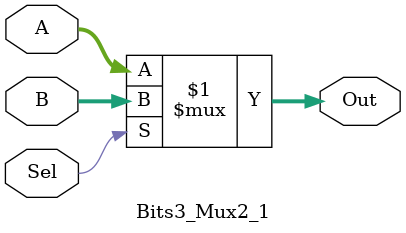
<source format=v>

module Bits3_Mux2_1(A, B, Sel, Out);


	// Declare inputs and outputs
	input Sel;
	input [2:0] A, B;
	output [2:0] Out;
	
	
	// Instantiate required logic
	assign Out = Sel ? B : A;


endmodule
</source>
